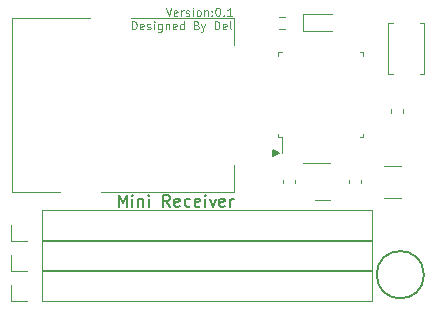
<source format=gbr>
%TF.GenerationSoftware,KiCad,Pcbnew,(6.0.5)*%
%TF.CreationDate,2023-02-03T09:53:40+08:00*%
%TF.ProjectId,Mini_Receiver,4d696e69-5f52-4656-9365-697665722e6b,rev?*%
%TF.SameCoordinates,Original*%
%TF.FileFunction,Legend,Top*%
%TF.FilePolarity,Positive*%
%FSLAX46Y46*%
G04 Gerber Fmt 4.6, Leading zero omitted, Abs format (unit mm)*
G04 Created by KiCad (PCBNEW (6.0.5)) date 2023-02-03 09:53:40*
%MOMM*%
%LPD*%
G01*
G04 APERTURE LIST*
%ADD10C,0.120000*%
%ADD11C,0.150000*%
G04 APERTURE END LIST*
D10*
X104164333Y-97725666D02*
X104164333Y-97025666D01*
X104331000Y-97025666D01*
X104431000Y-97059000D01*
X104497666Y-97125666D01*
X104531000Y-97192333D01*
X104564333Y-97325666D01*
X104564333Y-97425666D01*
X104531000Y-97559000D01*
X104497666Y-97625666D01*
X104431000Y-97692333D01*
X104331000Y-97725666D01*
X104164333Y-97725666D01*
X105131000Y-97692333D02*
X105064333Y-97725666D01*
X104931000Y-97725666D01*
X104864333Y-97692333D01*
X104831000Y-97625666D01*
X104831000Y-97359000D01*
X104864333Y-97292333D01*
X104931000Y-97259000D01*
X105064333Y-97259000D01*
X105131000Y-97292333D01*
X105164333Y-97359000D01*
X105164333Y-97425666D01*
X104831000Y-97492333D01*
X105431000Y-97692333D02*
X105497666Y-97725666D01*
X105631000Y-97725666D01*
X105697666Y-97692333D01*
X105731000Y-97625666D01*
X105731000Y-97592333D01*
X105697666Y-97525666D01*
X105631000Y-97492333D01*
X105531000Y-97492333D01*
X105464333Y-97459000D01*
X105431000Y-97392333D01*
X105431000Y-97359000D01*
X105464333Y-97292333D01*
X105531000Y-97259000D01*
X105631000Y-97259000D01*
X105697666Y-97292333D01*
X106031000Y-97725666D02*
X106031000Y-97259000D01*
X106031000Y-97025666D02*
X105997666Y-97059000D01*
X106031000Y-97092333D01*
X106064333Y-97059000D01*
X106031000Y-97025666D01*
X106031000Y-97092333D01*
X106664333Y-97259000D02*
X106664333Y-97825666D01*
X106631000Y-97892333D01*
X106597666Y-97925666D01*
X106531000Y-97959000D01*
X106431000Y-97959000D01*
X106364333Y-97925666D01*
X106664333Y-97692333D02*
X106597666Y-97725666D01*
X106464333Y-97725666D01*
X106397666Y-97692333D01*
X106364333Y-97659000D01*
X106331000Y-97592333D01*
X106331000Y-97392333D01*
X106364333Y-97325666D01*
X106397666Y-97292333D01*
X106464333Y-97259000D01*
X106597666Y-97259000D01*
X106664333Y-97292333D01*
X106997666Y-97259000D02*
X106997666Y-97725666D01*
X106997666Y-97325666D02*
X107031000Y-97292333D01*
X107097666Y-97259000D01*
X107197666Y-97259000D01*
X107264333Y-97292333D01*
X107297666Y-97359000D01*
X107297666Y-97725666D01*
X107897666Y-97692333D02*
X107831000Y-97725666D01*
X107697666Y-97725666D01*
X107631000Y-97692333D01*
X107597666Y-97625666D01*
X107597666Y-97359000D01*
X107631000Y-97292333D01*
X107697666Y-97259000D01*
X107831000Y-97259000D01*
X107897666Y-97292333D01*
X107931000Y-97359000D01*
X107931000Y-97425666D01*
X107597666Y-97492333D01*
X108531000Y-97725666D02*
X108531000Y-97025666D01*
X108531000Y-97692333D02*
X108464333Y-97725666D01*
X108331000Y-97725666D01*
X108264333Y-97692333D01*
X108231000Y-97659000D01*
X108197666Y-97592333D01*
X108197666Y-97392333D01*
X108231000Y-97325666D01*
X108264333Y-97292333D01*
X108331000Y-97259000D01*
X108464333Y-97259000D01*
X108531000Y-97292333D01*
X109631000Y-97359000D02*
X109731000Y-97392333D01*
X109764333Y-97425666D01*
X109797666Y-97492333D01*
X109797666Y-97592333D01*
X109764333Y-97659000D01*
X109731000Y-97692333D01*
X109664333Y-97725666D01*
X109397666Y-97725666D01*
X109397666Y-97025666D01*
X109631000Y-97025666D01*
X109697666Y-97059000D01*
X109731000Y-97092333D01*
X109764333Y-97159000D01*
X109764333Y-97225666D01*
X109731000Y-97292333D01*
X109697666Y-97325666D01*
X109631000Y-97359000D01*
X109397666Y-97359000D01*
X110031000Y-97259000D02*
X110197666Y-97725666D01*
X110364333Y-97259000D02*
X110197666Y-97725666D01*
X110131000Y-97892333D01*
X110097666Y-97925666D01*
X110031000Y-97959000D01*
X111164333Y-97725666D02*
X111164333Y-97025666D01*
X111331000Y-97025666D01*
X111431000Y-97059000D01*
X111497666Y-97125666D01*
X111531000Y-97192333D01*
X111564333Y-97325666D01*
X111564333Y-97425666D01*
X111531000Y-97559000D01*
X111497666Y-97625666D01*
X111431000Y-97692333D01*
X111331000Y-97725666D01*
X111164333Y-97725666D01*
X112131000Y-97692333D02*
X112064333Y-97725666D01*
X111931000Y-97725666D01*
X111864333Y-97692333D01*
X111831000Y-97625666D01*
X111831000Y-97359000D01*
X111864333Y-97292333D01*
X111931000Y-97259000D01*
X112064333Y-97259000D01*
X112131000Y-97292333D01*
X112164333Y-97359000D01*
X112164333Y-97425666D01*
X111831000Y-97492333D01*
X112564333Y-97725666D02*
X112497666Y-97692333D01*
X112464333Y-97625666D01*
X112464333Y-97025666D01*
X107021666Y-95882666D02*
X107255000Y-96582666D01*
X107488333Y-95882666D01*
X107988333Y-96549333D02*
X107921666Y-96582666D01*
X107788333Y-96582666D01*
X107721666Y-96549333D01*
X107688333Y-96482666D01*
X107688333Y-96216000D01*
X107721666Y-96149333D01*
X107788333Y-96116000D01*
X107921666Y-96116000D01*
X107988333Y-96149333D01*
X108021666Y-96216000D01*
X108021666Y-96282666D01*
X107688333Y-96349333D01*
X108321666Y-96582666D02*
X108321666Y-96116000D01*
X108321666Y-96249333D02*
X108355000Y-96182666D01*
X108388333Y-96149333D01*
X108455000Y-96116000D01*
X108521666Y-96116000D01*
X108721666Y-96549333D02*
X108788333Y-96582666D01*
X108921666Y-96582666D01*
X108988333Y-96549333D01*
X109021666Y-96482666D01*
X109021666Y-96449333D01*
X108988333Y-96382666D01*
X108921666Y-96349333D01*
X108821666Y-96349333D01*
X108755000Y-96316000D01*
X108721666Y-96249333D01*
X108721666Y-96216000D01*
X108755000Y-96149333D01*
X108821666Y-96116000D01*
X108921666Y-96116000D01*
X108988333Y-96149333D01*
X109321666Y-96582666D02*
X109321666Y-96116000D01*
X109321666Y-95882666D02*
X109288333Y-95916000D01*
X109321666Y-95949333D01*
X109355000Y-95916000D01*
X109321666Y-95882666D01*
X109321666Y-95949333D01*
X109755000Y-96582666D02*
X109688333Y-96549333D01*
X109655000Y-96516000D01*
X109621666Y-96449333D01*
X109621666Y-96249333D01*
X109655000Y-96182666D01*
X109688333Y-96149333D01*
X109755000Y-96116000D01*
X109855000Y-96116000D01*
X109921666Y-96149333D01*
X109955000Y-96182666D01*
X109988333Y-96249333D01*
X109988333Y-96449333D01*
X109955000Y-96516000D01*
X109921666Y-96549333D01*
X109855000Y-96582666D01*
X109755000Y-96582666D01*
X110288333Y-96116000D02*
X110288333Y-96582666D01*
X110288333Y-96182666D02*
X110321666Y-96149333D01*
X110388333Y-96116000D01*
X110488333Y-96116000D01*
X110555000Y-96149333D01*
X110588333Y-96216000D01*
X110588333Y-96582666D01*
X110921666Y-96516000D02*
X110955000Y-96549333D01*
X110921666Y-96582666D01*
X110888333Y-96549333D01*
X110921666Y-96516000D01*
X110921666Y-96582666D01*
X110921666Y-96149333D02*
X110955000Y-96182666D01*
X110921666Y-96216000D01*
X110888333Y-96182666D01*
X110921666Y-96149333D01*
X110921666Y-96216000D01*
X111388333Y-95882666D02*
X111455000Y-95882666D01*
X111521666Y-95916000D01*
X111555000Y-95949333D01*
X111588333Y-96016000D01*
X111621666Y-96149333D01*
X111621666Y-96316000D01*
X111588333Y-96449333D01*
X111555000Y-96516000D01*
X111521666Y-96549333D01*
X111455000Y-96582666D01*
X111388333Y-96582666D01*
X111321666Y-96549333D01*
X111288333Y-96516000D01*
X111255000Y-96449333D01*
X111221666Y-96316000D01*
X111221666Y-96149333D01*
X111255000Y-96016000D01*
X111288333Y-95949333D01*
X111321666Y-95916000D01*
X111388333Y-95882666D01*
X111921666Y-96516000D02*
X111955000Y-96549333D01*
X111921666Y-96582666D01*
X111888333Y-96549333D01*
X111921666Y-96516000D01*
X111921666Y-96582666D01*
X112621666Y-96582666D02*
X112221666Y-96582666D01*
X112421666Y-96582666D02*
X112421666Y-95882666D01*
X112355000Y-95982666D01*
X112288333Y-96049333D01*
X112221666Y-96082666D01*
D11*
X103037285Y-112720380D02*
X103037285Y-111720380D01*
X103370619Y-112434666D01*
X103703952Y-111720380D01*
X103703952Y-112720380D01*
X104180142Y-112720380D02*
X104180142Y-112053714D01*
X104180142Y-111720380D02*
X104132523Y-111768000D01*
X104180142Y-111815619D01*
X104227761Y-111768000D01*
X104180142Y-111720380D01*
X104180142Y-111815619D01*
X104656333Y-112053714D02*
X104656333Y-112720380D01*
X104656333Y-112148952D02*
X104703952Y-112101333D01*
X104799190Y-112053714D01*
X104942047Y-112053714D01*
X105037285Y-112101333D01*
X105084904Y-112196571D01*
X105084904Y-112720380D01*
X105561095Y-112720380D02*
X105561095Y-112053714D01*
X105561095Y-111720380D02*
X105513476Y-111768000D01*
X105561095Y-111815619D01*
X105608714Y-111768000D01*
X105561095Y-111720380D01*
X105561095Y-111815619D01*
X107370619Y-112720380D02*
X107037285Y-112244190D01*
X106799190Y-112720380D02*
X106799190Y-111720380D01*
X107180142Y-111720380D01*
X107275380Y-111768000D01*
X107323000Y-111815619D01*
X107370619Y-111910857D01*
X107370619Y-112053714D01*
X107323000Y-112148952D01*
X107275380Y-112196571D01*
X107180142Y-112244190D01*
X106799190Y-112244190D01*
X108180142Y-112672761D02*
X108084904Y-112720380D01*
X107894428Y-112720380D01*
X107799190Y-112672761D01*
X107751571Y-112577523D01*
X107751571Y-112196571D01*
X107799190Y-112101333D01*
X107894428Y-112053714D01*
X108084904Y-112053714D01*
X108180142Y-112101333D01*
X108227761Y-112196571D01*
X108227761Y-112291809D01*
X107751571Y-112387047D01*
X109084904Y-112672761D02*
X108989666Y-112720380D01*
X108799190Y-112720380D01*
X108703952Y-112672761D01*
X108656333Y-112625142D01*
X108608714Y-112529904D01*
X108608714Y-112244190D01*
X108656333Y-112148952D01*
X108703952Y-112101333D01*
X108799190Y-112053714D01*
X108989666Y-112053714D01*
X109084904Y-112101333D01*
X109894428Y-112672761D02*
X109799190Y-112720380D01*
X109608714Y-112720380D01*
X109513476Y-112672761D01*
X109465857Y-112577523D01*
X109465857Y-112196571D01*
X109513476Y-112101333D01*
X109608714Y-112053714D01*
X109799190Y-112053714D01*
X109894428Y-112101333D01*
X109942047Y-112196571D01*
X109942047Y-112291809D01*
X109465857Y-112387047D01*
X110370619Y-112720380D02*
X110370619Y-112053714D01*
X110370619Y-111720380D02*
X110323000Y-111768000D01*
X110370619Y-111815619D01*
X110418238Y-111768000D01*
X110370619Y-111720380D01*
X110370619Y-111815619D01*
X110751571Y-112053714D02*
X110989666Y-112720380D01*
X111227761Y-112053714D01*
X111989666Y-112672761D02*
X111894428Y-112720380D01*
X111703952Y-112720380D01*
X111608714Y-112672761D01*
X111561095Y-112577523D01*
X111561095Y-112196571D01*
X111608714Y-112101333D01*
X111703952Y-112053714D01*
X111894428Y-112053714D01*
X111989666Y-112101333D01*
X112037285Y-112196571D01*
X112037285Y-112291809D01*
X111561095Y-112387047D01*
X112465857Y-112720380D02*
X112465857Y-112053714D01*
X112465857Y-112244190D02*
X112513476Y-112148952D01*
X112561095Y-112101333D01*
X112656333Y-112053714D01*
X112751571Y-112053714D01*
G36*
X116586000Y-108204000D02*
G01*
X116078000Y-108458000D01*
X116078000Y-107950000D01*
X116586000Y-108204000D01*
G37*
X116586000Y-108204000D02*
X116078000Y-108458000D01*
X116078000Y-107950000D01*
X116586000Y-108204000D01*
X128873000Y-118491000D02*
G75*
G03*
X128873000Y-118491000I-2000000J0D01*
G01*
D10*
%TO.C,SW1*%
X125857000Y-101473000D02*
X126238000Y-101473000D01*
X128905000Y-101473000D02*
X128524000Y-101473000D01*
X128524000Y-97155000D02*
X128905000Y-97155000D01*
X126238000Y-97155000D02*
X125857000Y-97155000D01*
X125857000Y-97155000D02*
X125857000Y-101473000D01*
X128905000Y-97155000D02*
X128905000Y-101473000D01*
%TO.C,J3*%
X96520000Y-118050000D02*
X124520000Y-118050000D01*
X124520000Y-120710000D02*
X124520000Y-118050000D01*
X96520000Y-120710000D02*
X124520000Y-120710000D01*
X95250000Y-120710000D02*
X93920000Y-120710000D01*
X93920000Y-120710000D02*
X93920000Y-119380000D01*
X96520000Y-120710000D02*
X96520000Y-118050000D01*
%TO.C,J2*%
X96520000Y-115510000D02*
X124520000Y-115510000D01*
X124520000Y-118170000D02*
X124520000Y-115510000D01*
X96520000Y-118170000D02*
X124520000Y-118170000D01*
X95250000Y-118170000D02*
X93920000Y-118170000D01*
X93920000Y-118170000D02*
X93920000Y-116840000D01*
X96520000Y-118170000D02*
X96520000Y-115510000D01*
%TO.C,J1*%
X96520000Y-112970000D02*
X124520000Y-112970000D01*
X124520000Y-115630000D02*
X124520000Y-112970000D01*
X96520000Y-115630000D02*
X124520000Y-115630000D01*
X95250000Y-115630000D02*
X93920000Y-115630000D01*
X93920000Y-115630000D02*
X93920000Y-114300000D01*
X96520000Y-115630000D02*
X96520000Y-112970000D01*
%TO.C,U2*%
X120269000Y-109057000D02*
X118594000Y-109057000D01*
X120269000Y-109057000D02*
X120919000Y-109057000D01*
X120269000Y-112177000D02*
X120919000Y-112177000D01*
X120269000Y-112177000D02*
X119619000Y-112177000D01*
%TO.C,R1*%
X117094724Y-96632500D02*
X116585276Y-96632500D01*
X117094724Y-97677500D02*
X116585276Y-97677500D01*
%TO.C,C4*%
X126109000Y-104794267D02*
X126109000Y-104501733D01*
X127129000Y-104794267D02*
X127129000Y-104501733D01*
%TO.C,C2*%
X123573000Y-110763267D02*
X123573000Y-110470733D01*
X122553000Y-110763267D02*
X122553000Y-110470733D01*
%TO.C,C1*%
X125526748Y-111977000D02*
X126949252Y-111977000D01*
X125526748Y-109257000D02*
X126949252Y-109257000D01*
%TO.C,C3*%
X117985000Y-110763267D02*
X117985000Y-110470733D01*
X116965000Y-110763267D02*
X116965000Y-110470733D01*
%TO.C,D1*%
X121069000Y-96420000D02*
X118609000Y-96420000D01*
X118609000Y-96420000D02*
X118609000Y-97890000D01*
X118609000Y-97890000D02*
X121069000Y-97890000D01*
%TO.C,U1*%
X123752000Y-99641000D02*
X123452000Y-99641000D01*
X123752000Y-99941000D02*
X123752000Y-99641000D01*
X116532000Y-106861000D02*
X116832000Y-106861000D01*
X116832000Y-106861000D02*
X116832000Y-108176000D01*
X116532000Y-99941000D02*
X116532000Y-99641000D01*
X116532000Y-99641000D02*
X116832000Y-99641000D01*
X123752000Y-106561000D02*
X123752000Y-106861000D01*
X116532000Y-106561000D02*
X116532000Y-106861000D01*
X123752000Y-106861000D02*
X123452000Y-106861000D01*
%TO.C,U3*%
X101511000Y-111480600D02*
X112814000Y-111480600D01*
X112814000Y-111480600D02*
X112814000Y-109194600D01*
X94018000Y-96748600D02*
X100622000Y-96748600D01*
X94018000Y-111480600D02*
X94018000Y-96748600D01*
X112814000Y-96748600D02*
X112814000Y-99034600D01*
X94018000Y-111480600D02*
X98082000Y-111480600D01*
X112814000Y-96748600D02*
X104051000Y-96748600D01*
%TD*%
M02*

</source>
